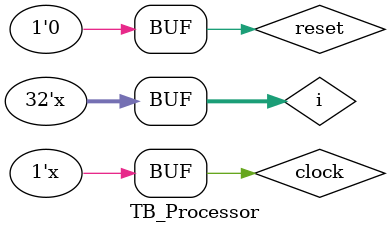
<source format=v>
`timescale 1ns / 1ps

module TB_Processor ();
    reg clock;
    reg reset;

    wire [31:0] dif_instruction;
    wire [31:0] dif_pc_usable;
    wire [31:0] did_instruction;
    wire [31:0] did_pc_usable;
    wire [31:0] did_rt_data;
    wire [31:0] did_rs_data;
    wire [31:0] did_se_immediate;
    wire [4:0]  did_rt;
    wire [4:0]  did_rs;
    wire [31:0] dwb_write_data;
    wire [31:0] dex_alu_result;
    wire [31:0] dex_alu_a;
    wire [31:0] dex_alu_b;
    wire [4:0]  dex_alu_op;
    wire [4:0]  dme_rt_rd;
    wire [31:0] dme_data_mem;
    wire [31:0] dme_data_write_mem;
    wire [4:0]  dwb_rt_rd;
    wire        dif_flush;
    wire        did_flush;
    wire        dex_alu_src;
    wire [1:0]  dex_fwd_rt_sel;
    wire [1:0]  dex_fwd_rs_sel;
    wire        dif_stall;
    wire        did_stall;
    wire        dwb_write_reg;
    wire        dme_write_mem;
    wire        dme_read_mem;
    wire        did_branch_delay_slot;

    Processor #(.INSTRUCTIONS("C:/Outros/MI-SD/TEC499-Sistemas-Digitais/inst_exponential.txt")) MIPS32 (
        .clock                  (clock),
        .reset                  (reset),

        .dif_instruction        (dif_instruction),
        .dif_pc_usable          (dif_pc_usable),
        .did_rt_data            (did_rt_data),
        .did_rs_data            (did_rs_data),
        .did_se_immediate       (did_se_immediate),
        .did_rt                 (did_rt),
        .did_rs                 (did_rs),
        .dex_alu_a              (dex_alu_a),
        .dex_alu_b              (dex_alu_b),
        .dex_alu_result         (dex_alu_result),
        .dme_data_write_mem     (dme_data_write_mem),
        .dme_data_mem           (dme_data_mem),
        .dwb_write_reg          (dwb_write_reg),
        .dwb_write_data         (dwb_write_data),
        .dwb_rt_rd              (dwb_rt_rd)
    );

    integer i = 0;

    initial begin
        clock = 0;
    end

    always begin
        #10
        clock = ~clock;

        $display ("Cycle...........: %d", i);
        $display ("PC..............: %b", dif_pc_usable);
        $display ("Instruction.....: %b", dif_instruction);
        $display ("---------------------");
    end

    always begin
        #20
        i = i + 1;
    end

    initial begin
        reset = 0;
    end
endmodule // TB_Processor

</source>
